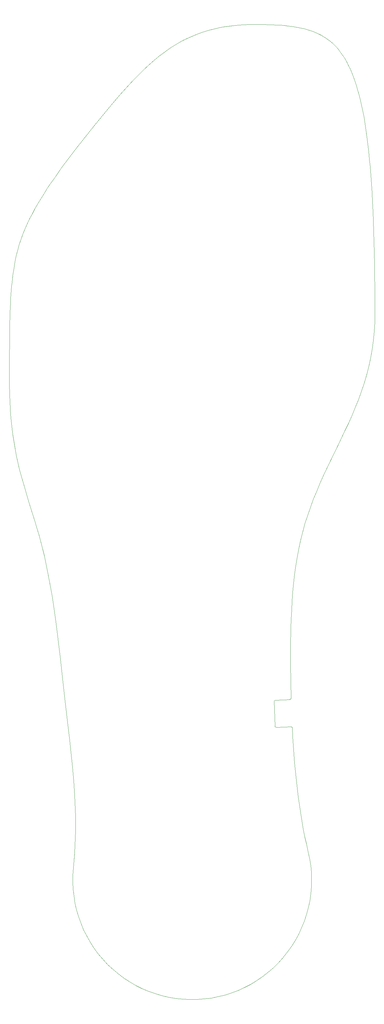
<source format=gm1>
G04 #@! TF.GenerationSoftware,KiCad,Pcbnew,(5.0.0)*
G04 #@! TF.CreationDate,2019-11-05T15:59:09+01:00*
G04 #@! TF.ProjectId,Insole_PCB,496E736F6C655F5043422E6B69636164,rev?*
G04 #@! TF.SameCoordinates,Original*
G04 #@! TF.FileFunction,Profile,NP*
%FSLAX46Y46*%
G04 Gerber Fmt 4.6, Leading zero omitted, Abs format (unit mm)*
G04 Created by KiCad (PCBNEW (5.0.0)) date 11/05/19 15:59:09*
%MOMM*%
%LPD*%
G01*
G04 APERTURE LIST*
%ADD10C,0.100000*%
G04 APERTURE END LIST*
D10*
X219289453Y-205370707D02*
X219099453Y-198510707D01*
X219288954Y-205374791D02*
G75*
G03X219639453Y-205670707I320499J24084D01*
G01*
X223699453Y-205510707D02*
X219629453Y-205670707D01*
X219399208Y-198217450D02*
G75*
G03X219099453Y-198560707I24329J-323757D01*
G01*
X224059952Y-205806623D02*
G75*
G03X223709453Y-205510707I-320499J-24084D01*
G01*
X223423537Y-198041206D02*
G75*
G03X223719453Y-197690707I-24084J320499D01*
G01*
X223734293Y-175922495D02*
X223652093Y-178412475D01*
X239519503Y-122078413D02*
X238548463Y-124170097D01*
X226339713Y-154220449D02*
X225832703Y-156542824D01*
X244435503Y-109027105D02*
X243765677Y-111285871D01*
X243765677Y-111285871D02*
X243025095Y-113504530D01*
X243025095Y-113504530D02*
X242221949Y-115688434D01*
X245028719Y-106722711D02*
X244435503Y-109027105D01*
X226914723Y-151927558D02*
X226339713Y-154220449D01*
X228260893Y-147430612D02*
X227556583Y-149664697D01*
X225007023Y-161267228D02*
X224679943Y-163664945D01*
X224404453Y-166083467D02*
X224176333Y-168520639D01*
X227058383Y-233518945D02*
X227478193Y-235636758D01*
X225389873Y-158892469D02*
X225007023Y-161267228D01*
X225832703Y-156542824D02*
X225389873Y-158892469D01*
X223845453Y-173442306D02*
X223734293Y-175922495D01*
X225125993Y-220137247D02*
X225383663Y-222442224D01*
X224059453Y-205800707D02*
X224166773Y-208253976D01*
X230703993Y-140888040D02*
X229839053Y-143043581D01*
X229023203Y-145224006D02*
X228260893Y-147430612D01*
X225383663Y-222442224D02*
X225665663Y-224719400D01*
X226306793Y-229183687D02*
X226668123Y-231367723D01*
X238548463Y-124170097D02*
X236550463Y-128324083D01*
X240460921Y-119970695D02*
X239519503Y-122078413D01*
X245541384Y-104369146D02*
X245028719Y-106722711D01*
X224166773Y-208253976D02*
X224488743Y-213072282D01*
X223991403Y-170974302D02*
X223845453Y-173442306D01*
X224891633Y-217806154D02*
X225125993Y-220137247D01*
X224176333Y-168520639D02*
X223991403Y-170974302D01*
X223556493Y-183411997D02*
X223544393Y-188423746D01*
X242221949Y-115688434D02*
X241364481Y-117842262D01*
X228408543Y-239769518D02*
X228811413Y-241663381D01*
X227928063Y-237720499D02*
X228408543Y-239769518D01*
X236550463Y-128324083D02*
X234532793Y-132470096D01*
X224679563Y-215450609D02*
X224891633Y-217806154D01*
X232561333Y-136645579D02*
X231613573Y-138756086D01*
X241364481Y-117842262D02*
X240460921Y-119970695D01*
X234532793Y-132470096D02*
X232561333Y-136645579D01*
X227478193Y-235636758D02*
X227928063Y-237720499D01*
X227556583Y-149664697D02*
X226914723Y-151927558D01*
X226668123Y-231367723D02*
X227058383Y-233518945D01*
X224679943Y-163664945D02*
X224404453Y-166083467D01*
X229839053Y-143043581D02*
X229023203Y-145224006D01*
X231613573Y-138756086D02*
X230703993Y-140888040D01*
X225973033Y-226967111D02*
X226306793Y-229183687D01*
X225665663Y-224719400D02*
X225973033Y-226967111D01*
X224488743Y-213072282D02*
X224679563Y-215450609D01*
X223439453Y-198040707D02*
X219389453Y-198220707D01*
X223599453Y-193030707D02*
X223719453Y-197680707D01*
X223544393Y-188423746D02*
X223599453Y-193050707D01*
X223652093Y-178412475D02*
X223556493Y-183411997D01*
X246347253Y-66750971D02*
X246445413Y-69542207D01*
X231308213Y-15312788D02*
X232013363Y-15674858D01*
X244314561Y-41750228D02*
X244574815Y-43615948D01*
X230579293Y-14980118D02*
X231308213Y-15312788D01*
X245262517Y-49682535D02*
X245461331Y-51865747D01*
X223778453Y-13229088D02*
X224727323Y-13368038D01*
X243746468Y-38245368D02*
X244038506Y-39960498D01*
X235220583Y-17991678D02*
X235805973Y-18569428D01*
X221794453Y-13008538D02*
X222800873Y-13109628D01*
X246734773Y-84910223D02*
X246753613Y-88275716D01*
X245048612Y-47580743D02*
X245262517Y-49682535D01*
X242044003Y-30748498D02*
X242416551Y-32108018D01*
X241655667Y-29455818D02*
X242044003Y-30748498D01*
X233997033Y-16956168D02*
X234617973Y-17454538D01*
X233356683Y-16494688D02*
X233997033Y-16956168D01*
X229045703Y-14395518D02*
X229825493Y-14674958D01*
X224727323Y-13368038D02*
X225647613Y-13527648D01*
X246703163Y-81643839D02*
X246734773Y-84910223D01*
X239946721Y-24921568D02*
X240397061Y-25962848D01*
X246600903Y-75402963D02*
X246658603Y-78475206D01*
X244038506Y-39960498D02*
X244314561Y-41750228D01*
X229825493Y-14674958D02*
X230579293Y-14980118D01*
X246658603Y-78475206D02*
X246703163Y-81643839D01*
X237994443Y-21329198D02*
X238504923Y-22144568D01*
X236375213Y-19189688D02*
X236929403Y-19854318D01*
X232013363Y-15674858D02*
X232695813Y-16068198D01*
X243438268Y-36603478D02*
X243746468Y-38245368D01*
X242773190Y-33535958D02*
X243113801Y-35033918D01*
X246235249Y-64050676D02*
X246347253Y-66750971D01*
X244574815Y-43615948D02*
X244819436Y-45559008D01*
X242416551Y-32108018D02*
X242773190Y-33535958D01*
X235805973Y-18569428D02*
X236375213Y-19189688D01*
X225647613Y-13527648D02*
X226539473Y-13709038D01*
X245968999Y-58917482D02*
X246109223Y-61439966D01*
X228238373Y-14141828D02*
X229045703Y-14395518D01*
X245969599Y-101962919D02*
X245541384Y-104369146D01*
X246309454Y-99500543D02*
X245969599Y-101962919D01*
X246109223Y-61439966D02*
X246235249Y-64050676D01*
X239000531Y-23014018D02*
X239481172Y-23939158D01*
X246557043Y-96978536D02*
X246309454Y-99500543D01*
X246645023Y-95694086D02*
X246557043Y-96978536D01*
X246708463Y-94393415D02*
X246645023Y-95694086D01*
X245814393Y-56481859D02*
X245968999Y-58917482D01*
X246753613Y-88275716D02*
X246759813Y-91741689D01*
X240397061Y-25962848D02*
X240832078Y-27064588D01*
X246746893Y-93076093D02*
X246708463Y-94393415D01*
X240832078Y-27064588D02*
X241251653Y-28228378D01*
X234617973Y-17454538D02*
X235220583Y-17991678D01*
X227403013Y-13913388D02*
X228238373Y-14141828D01*
X239481172Y-23939158D02*
X239946721Y-24921568D01*
X246445413Y-69542207D02*
X246529903Y-72425752D01*
X245645230Y-54131731D02*
X245814393Y-56481859D01*
X245461331Y-51865747D02*
X245645230Y-54131731D01*
X246529903Y-72425752D02*
X246600903Y-75402963D01*
X244819436Y-45559008D02*
X245048612Y-47580743D01*
X241251653Y-28228378D02*
X241655667Y-29455818D01*
X237469233Y-20566318D02*
X237994443Y-21329198D01*
X232695813Y-16068198D02*
X233356683Y-16494688D01*
X243113801Y-35033918D02*
X243438268Y-36603478D01*
X238504923Y-22144568D02*
X239000531Y-23014018D01*
X236929403Y-19854318D02*
X237469233Y-20566318D01*
X222800873Y-13109628D02*
X223778453Y-13229088D01*
X226539473Y-13709038D02*
X227403013Y-13913388D01*
X246759813Y-91741689D02*
X246746893Y-93076093D01*
X148542013Y-74664636D02*
X148984973Y-73127313D01*
X167125773Y-43535668D02*
X169434833Y-40650278D01*
X154101763Y-61859216D02*
X154928553Y-60481317D01*
X153313253Y-63236360D02*
X154101763Y-61859216D01*
X150002563Y-70192224D02*
X150577253Y-68775270D01*
X187443093Y-21391668D02*
X188989673Y-20223548D01*
X183133163Y-25162658D02*
X184521763Y-23866438D01*
X205024393Y-13438428D02*
X206359803Y-13226378D01*
X202507623Y-13957428D02*
X203741363Y-13682748D01*
X210711253Y-12803238D02*
X212287103Y-12739638D01*
X169434833Y-40650278D02*
X171787813Y-37760338D01*
X217477713Y-12764738D02*
X218600823Y-12803938D01*
X209200153Y-12906838D02*
X210711253Y-12803238D01*
X207750693Y-13048538D02*
X209200153Y-12906838D01*
X180465403Y-27846758D02*
X181783353Y-26491168D01*
X220759063Y-12924638D02*
X221794453Y-13008538D01*
X219694563Y-12856838D02*
X220759063Y-12924638D01*
X218600823Y-12803938D02*
X219694563Y-12856838D01*
X199070593Y-14945128D02*
X200175113Y-14590098D01*
X201320023Y-14260478D02*
X202507623Y-13957428D01*
X157619893Y-56327661D02*
X158581063Y-54931306D01*
X152564903Y-64614305D02*
X153313253Y-63236360D01*
X216325093Y-12738138D02*
X217477713Y-12764738D01*
X215142823Y-12723038D02*
X216325093Y-12738138D01*
X213930793Y-12718038D02*
X215142823Y-12723038D01*
X194080703Y-17064238D02*
X195014603Y-16598098D01*
X162688833Y-49272660D02*
X164872753Y-46411428D01*
X192294413Y-18052518D02*
X193174673Y-17549388D01*
X148142893Y-76261270D02*
X148542013Y-74664636D01*
X181783353Y-26491168D02*
X183133163Y-25162658D01*
X158581063Y-54931306D02*
X160587093Y-52114465D01*
X160587093Y-52114465D02*
X162688833Y-49272660D01*
X212287103Y-12739638D02*
X213930793Y-12718038D01*
X206359803Y-13226378D02*
X207750693Y-13048538D01*
X203741363Y-13682748D02*
X205024393Y-13438428D01*
X200175113Y-14590098D02*
X201320023Y-14260478D01*
X198004363Y-15324508D02*
X199070593Y-14945128D01*
X196974353Y-15727168D02*
X198004363Y-15324508D01*
X195978463Y-16152068D02*
X196974353Y-15727168D01*
X195014603Y-16598098D02*
X195978463Y-16152068D01*
X188989673Y-20223548D02*
X190602903Y-19108418D01*
X193174673Y-17549388D02*
X194080703Y-17064238D01*
X179172413Y-29224218D02*
X180465403Y-27846758D01*
X164872753Y-46411428D02*
X167125773Y-43535668D01*
X147082323Y-82528367D02*
X147203203Y-81549668D01*
X147474823Y-79685243D02*
X147787533Y-77928826D01*
X146971133Y-83541249D02*
X147082323Y-82528367D01*
X174187693Y-34879798D02*
X176645533Y-32027968D01*
X190602903Y-19108418D02*
X192294413Y-18052518D01*
X185956103Y-22607698D02*
X187443093Y-21391668D01*
X155791753Y-59101121D02*
X156689493Y-57717088D01*
X147333973Y-80602761D02*
X147474823Y-79685243D01*
X171787813Y-37760338D02*
X174187693Y-34879798D01*
X151195913Y-67379251D02*
X151858583Y-65994592D01*
X150577253Y-68775270D02*
X151195913Y-67379251D01*
X156689493Y-57717088D02*
X157619893Y-56327661D01*
X151858583Y-65994592D02*
X152564903Y-64614305D01*
X147203203Y-81549668D02*
X147333973Y-80602761D01*
X148984973Y-73127313D02*
X149471813Y-71639703D01*
X184521763Y-23866438D02*
X185956103Y-22607698D01*
X176645533Y-32027968D02*
X179172413Y-29224218D01*
X154928553Y-60481317D02*
X155791753Y-59101121D01*
X149471813Y-71639703D02*
X150002563Y-70192224D01*
X147787533Y-77928826D02*
X148142893Y-76261270D01*
X188244743Y-279325788D02*
X186385843Y-278782828D01*
X228461013Y-255120638D02*
X227959373Y-256991108D01*
X181045873Y-276511438D02*
X179365433Y-275548918D01*
X228851493Y-253223838D02*
X228461013Y-255120638D01*
X167551543Y-263010068D02*
X166690693Y-261275348D01*
X192042323Y-280078518D02*
X190132433Y-279758178D01*
X223857993Y-265725268D02*
X222739073Y-267305878D01*
X182780133Y-277373208D02*
X181045873Y-276511438D01*
X165282953Y-257668898D02*
X164740973Y-255809708D01*
X203593473Y-279612668D02*
X201690953Y-279974238D01*
X169572283Y-266312308D02*
X168513193Y-264690998D01*
X225806833Y-262380088D02*
X224881763Y-264081428D01*
X201690953Y-279974238D02*
X199770423Y-280223008D01*
X226629973Y-260627158D02*
X225806833Y-262380088D01*
X210892463Y-277069248D02*
X209127213Y-277865618D01*
X170725133Y-267868348D02*
X169572283Y-266312308D01*
X190132433Y-279758178D02*
X188244743Y-279325788D01*
X193967783Y-280285688D02*
X192042323Y-280078518D01*
X229129443Y-251307308D02*
X228851493Y-253223838D01*
X197838563Y-280358088D02*
X195902113Y-280378988D01*
X221528903Y-268817758D02*
X220231683Y-270255648D01*
X227959373Y-256991108D02*
X227348323Y-258828738D01*
X217394473Y-272889748D02*
X215864353Y-274076778D01*
X166690693Y-261275348D02*
X165933613Y-259492888D01*
X186385843Y-278782828D02*
X184562193Y-278131218D01*
X199770423Y-280223008D02*
X197838563Y-280358088D01*
X171967723Y-269353698D02*
X170725133Y-267868348D01*
X222739073Y-267305878D02*
X221528903Y-268817758D01*
X174704543Y-272091948D02*
X173295733Y-270763208D01*
X164194343Y-240142243D02*
X164311823Y-238106858D01*
X163849863Y-244283590D02*
X164040773Y-242200402D01*
X173295733Y-270763208D02*
X171967723Y-269353698D01*
X214266903Y-275171528D02*
X212607683Y-276170168D01*
X164040773Y-242200402D02*
X164194343Y-240142243D01*
X163713763Y-246215364D02*
X163849863Y-244283590D01*
X176189243Y-273335318D02*
X174704543Y-272091948D01*
X163691763Y-248151808D02*
X163713763Y-246215364D01*
X209127213Y-277865618D02*
X207318083Y-278556518D01*
X163784063Y-250086178D02*
X163691763Y-248151808D01*
X207318083Y-278556518D02*
X205471363Y-279139558D01*
X163990233Y-252011748D02*
X163784063Y-250086178D01*
X212607683Y-276170168D02*
X210892463Y-277069248D01*
X224881763Y-264081428D02*
X223857993Y-265725268D01*
X164309573Y-253921798D02*
X163990233Y-252011748D01*
X177744683Y-274488978D02*
X176189243Y-273335318D01*
X179365433Y-275548918D02*
X177744683Y-274488978D01*
X164740973Y-255809708D02*
X164309573Y-253921798D01*
X184562193Y-278131218D02*
X182780133Y-277373208D01*
X205471363Y-279139558D02*
X203593473Y-279612668D01*
X218851943Y-271614558D02*
X217394473Y-272889748D01*
X227348323Y-258828738D02*
X226629973Y-260627158D01*
X165933613Y-259492888D02*
X165282953Y-257668898D01*
X220231683Y-270255648D02*
X218851943Y-271614558D01*
X195902113Y-280378988D02*
X193967783Y-280285688D01*
X168513193Y-264690998D02*
X167551543Y-263010068D01*
X215864353Y-274076778D02*
X214266903Y-275171528D01*
X229293913Y-249377738D02*
X229129443Y-251307308D01*
X229344313Y-247441818D02*
X229293913Y-249377738D01*
X229280513Y-245506307D02*
X229344313Y-247441818D01*
X229102663Y-243577920D02*
X229280513Y-245506307D01*
X228811413Y-241663381D02*
X229102663Y-243577920D01*
X164311823Y-238106858D02*
X164394423Y-236092019D01*
X157611443Y-167311627D02*
X157207733Y-165078506D01*
X161505193Y-197764997D02*
X161244723Y-195520589D01*
X161762673Y-199975328D02*
X161505193Y-197764997D01*
X163208423Y-212531518D02*
X162753423Y-208469724D01*
X151612883Y-143754760D02*
X150546483Y-140258834D01*
X153801953Y-150911978D02*
X153257283Y-149082404D01*
X146278283Y-112115151D02*
X146272283Y-110769628D01*
X146330083Y-114724357D02*
X146297783Y-113433251D01*
X146496753Y-90470410D02*
X146553853Y-89202176D01*
X157207733Y-165078506D02*
X156780403Y-162897418D01*
X146447953Y-91789964D02*
X146496753Y-90470410D01*
X146274653Y-106596189D02*
X146277653Y-104645070D01*
X146272653Y-108636441D02*
X146274653Y-106596189D01*
X154862733Y-154698763D02*
X154338453Y-152781464D01*
X146406753Y-93164517D02*
X146447953Y-91789964D01*
X146372553Y-94597867D02*
X146406753Y-93164517D01*
X146344653Y-96093808D02*
X146372553Y-94597867D01*
X146677603Y-120790290D02*
X146502153Y-118440087D01*
X146375083Y-115988906D02*
X146330083Y-114724357D01*
X160178423Y-186218068D02*
X159616483Y-181433454D01*
X162016763Y-202151101D02*
X161762673Y-199975328D01*
X146322453Y-97656125D02*
X146344653Y-96093808D01*
X146305353Y-99288621D02*
X146322453Y-97656125D01*
X146292653Y-100995080D02*
X146305353Y-99288621D01*
X148208053Y-131219754D02*
X147824553Y-129282443D01*
X158350393Y-171914594D02*
X157991553Y-169593234D01*
X149068953Y-134936203D02*
X148623913Y-133101253D01*
X164401123Y-228193582D02*
X164228783Y-224307580D01*
X154338453Y-152781464D02*
X153801953Y-150911978D01*
X159616483Y-181433454D02*
X159012933Y-176643750D01*
X159012933Y-176643750D02*
X158350393Y-171914594D01*
X146283653Y-102779302D02*
X146292653Y-100995080D01*
X146277653Y-104645070D02*
X146283653Y-102779302D01*
X146272283Y-110769628D02*
X146272653Y-108636441D01*
X146297783Y-113433251D02*
X146278283Y-112115151D01*
X146502153Y-118440087D02*
X146375083Y-115988906D01*
X146900003Y-123043006D02*
X146677603Y-120790290D01*
X147167353Y-125203332D02*
X146900003Y-123043006D01*
X147476593Y-127280057D02*
X147167353Y-125203332D01*
X150546483Y-140258834D02*
X149540013Y-136733868D01*
X147824553Y-129282443D02*
X147476593Y-127280057D01*
X155370633Y-156669036D02*
X154862733Y-154698763D01*
X148623913Y-133101253D02*
X148208053Y-131219754D01*
X157991553Y-169593234D02*
X157611443Y-167311627D01*
X149540013Y-136733868D02*
X149068953Y-134936203D01*
X164460023Y-232115083D02*
X164445523Y-230148515D01*
X156330863Y-160768631D02*
X155860473Y-158692414D01*
X152708323Y-147284903D02*
X151612883Y-143754760D01*
X153257283Y-149082404D02*
X152708323Y-147284903D01*
X160981653Y-193242585D02*
X160716383Y-190931470D01*
X164443423Y-234095506D02*
X164460023Y-232115083D01*
X156780403Y-162897418D02*
X156330863Y-160768631D01*
X162513153Y-206397180D02*
X162267073Y-204291833D01*
X162753423Y-208469724D02*
X162513153Y-206397180D01*
X160716383Y-190931470D02*
X160178423Y-186218068D01*
X162267073Y-204291833D02*
X162016763Y-202151101D01*
X164394423Y-236092019D02*
X164443423Y-234095506D01*
X163961693Y-220421891D02*
X163616373Y-216506059D01*
X155860473Y-158692414D02*
X155370633Y-156669036D01*
X161244723Y-195520589D02*
X160981653Y-193242585D01*
X163616373Y-216506059D02*
X163208423Y-212531518D01*
X164228783Y-224307580D02*
X163961693Y-220421891D01*
X164445523Y-230148515D02*
X164401123Y-228193582D01*
X146777053Y-85679135D02*
X146869453Y-84590707D01*
X146693753Y-86808927D02*
X146777053Y-85679135D01*
X146553853Y-89202176D02*
X146619453Y-87982476D01*
X146619453Y-87982476D02*
X146693753Y-86808927D01*
X146869453Y-84590707D02*
X146971133Y-83541249D01*
M02*

</source>
